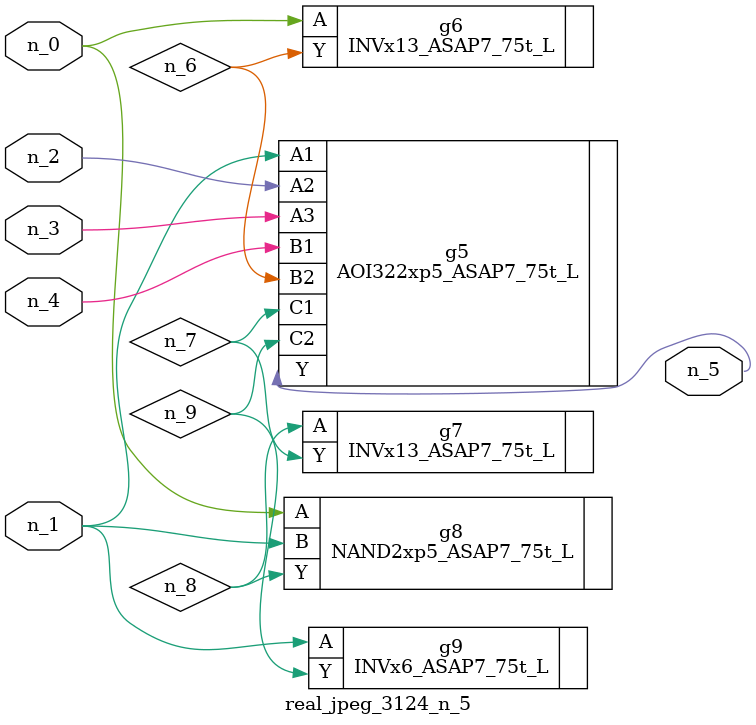
<source format=v>
module real_jpeg_3124_n_5 (n_4, n_0, n_1, n_2, n_3, n_5);

input n_4;
input n_0;
input n_1;
input n_2;
input n_3;

output n_5;

wire n_8;
wire n_6;
wire n_7;
wire n_9;

INVx13_ASAP7_75t_L g6 ( 
.A(n_0),
.Y(n_6)
);

NAND2xp5_ASAP7_75t_L g8 ( 
.A(n_0),
.B(n_1),
.Y(n_8)
);

AOI322xp5_ASAP7_75t_L g5 ( 
.A1(n_1),
.A2(n_2),
.A3(n_3),
.B1(n_4),
.B2(n_6),
.C1(n_7),
.C2(n_9),
.Y(n_5)
);

INVx6_ASAP7_75t_L g9 ( 
.A(n_1),
.Y(n_9)
);

INVx13_ASAP7_75t_L g7 ( 
.A(n_8),
.Y(n_7)
);


endmodule
</source>
